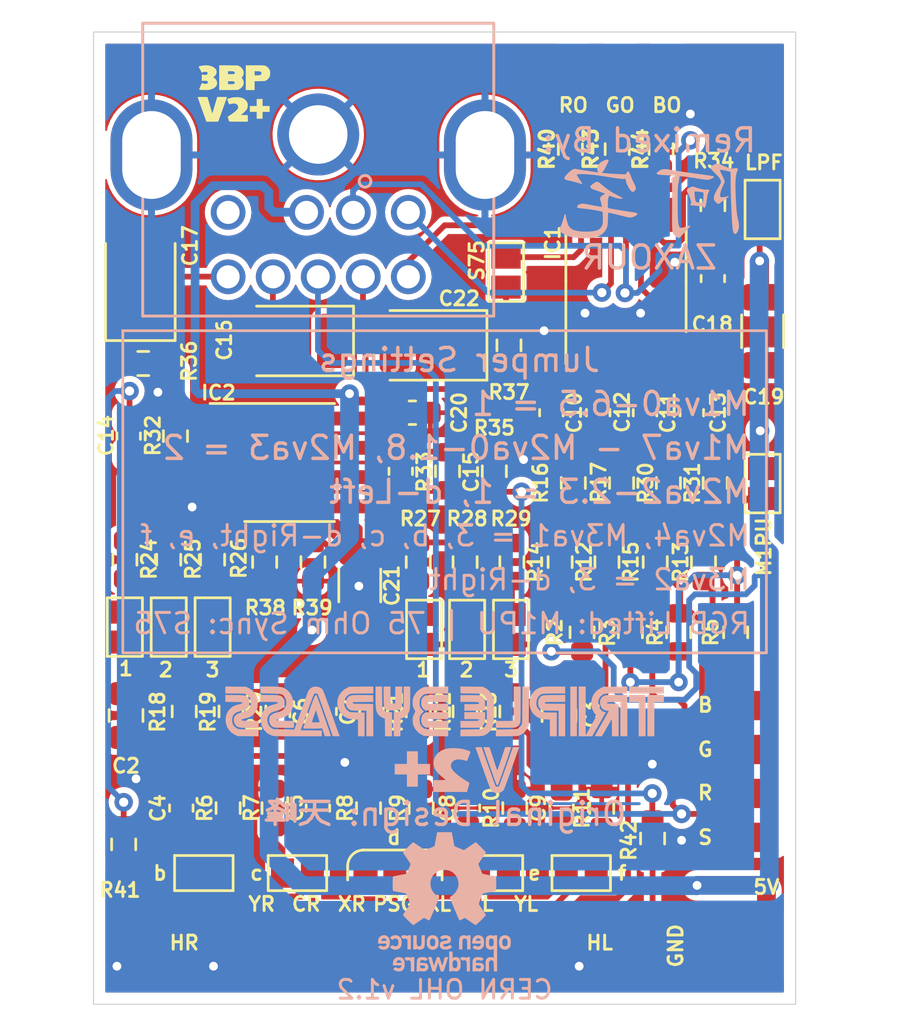
<source format=kicad_pcb>
(kicad_pcb (version 20211014) (generator pcbnew)
  (layers (0 "F.Cu" signal) (31 "B.Cu" signal) (34 "B.Paste" user) (35 "F.Paste" user) (36 "B.SilkS" user "B.Silkscreen") (37 "F.SilkS" user "F.Silkscreen") (38 "B.Mask" user) (39 "F.Mask" user) (44 "Edge.Cuts" user))
  (net 0 "")
  (net 1 "/B-IN")
  (net 2 "/CR")
  (net 3 "/XR")
  (net 4 "GND")
  (net 5 "+5V")
  (net 6 "/SYNC-75")
  (net 7 "/YL")
  (net 8 "/CL")
  (net 9 "/XL")
  (net 10 "/PSG")
  (net 11 "/YR")
  (net 12 "/2V5")
  (net 13 "/OUT1")
  (net 14 "/AUD-R")
  (net 15 "/OUT2")
  (net 16 "/AUD-L")
  (net 17 "/SR")
  (net 18 "/SL")
  (net 19 "/B-OUT")
  (net 20 "/G-OUT")
  (net 21 "/SYNC-TTL")
  (net 23 "/R-OUT")
  (net 24 "/G-IN")
  (net 25 "Net-(IC1-Pad9)")
  (net 26 "/R-IN")
  (net 27 "Net-(R28-Pad1)")
  (net 28 "Net-(R29-Pad1)")
  (net 29 "Net-(B_1-Pad2)")
  (net 30 "Net-(C1-Pad2)")
  (net 31 "Net-(D1-Pad1)")
  (net 32 "Net-(D1-Pad3)")
  (net 33 "Net-(E1-Pad2)")
  (net 34 "Net-(F1-Pad2)")
  (net 35 "Net-(M1PU1-Pad2)")
  (net 36 "Net-(C2-Pad1)")
  (net 37 "Net-(R24-Pad1)")
  (net 38 "Net-(R25-Pad1)")
  (net 39 "Net-(R26-Pad1)")
  (net 40 "Net-(R27-Pad1)")
  (net 41 "Net-(C3-Pad1)")
  (net 42 "Net-(C4-Pad1)")
  (net 43 "Net-(C5-Pad1)")
  (net 44 "Net-(C6-Pad1)")
  (net 45 "Net-(C7-Pad1)")
  (net 46 "Net-(C8-Pad1)")
  (net 47 "Net-(C9-Pad1)")
  (net 48 "Net-(C10-Pad1)")
  (net 49 "Net-(C10-Pad2)")
  (net 50 "Net-(C11-Pad1)")
  (net 51 "Net-(C11-Pad2)")
  (net 52 "Net-(C12-Pad1)")
  (net 53 "Net-(C12-Pad2)")
  (net 54 "Net-(C13-Pad1)")
  (net 55 "Net-(C13-Pad2)")
  (net 56 "Net-(C16-Pad1)")
  (net 57 "Net-(C17-Pad1)")
  (net 58 "Net-(C22-Pad1)")
  (net 59 "/S75_1")
  (net 60 "Net-(J11-Pad1)")
  (net 61 "Net-(J12-Pad1)")
  (net 62 "Net-(J1-Pad1)")
  (net 63 "Net-(J2-Pad1)")
  (net 64 "Net-(J3-Pad1)")
  (net 65 "/S75_0")
  (footprint "Resistor_SMD:R_0603_1608Metric" (layer "F.Cu") (at 151.4221 112.7506 90)
    (fp_text reference "R23")
    (fp_text value "210k")
  )
  (footprint "Resistor_SMD:R_0603_1608Metric" (layer "F.Cu") (at 160.147 90.805 90)
    (fp_text reference "R34")
    (fp_text value "5.62k")
  )
  (footprint "Capacitor_SMD:C_0603_1608Metric" (layer "F.Cu") (at 137.0711 116.9416 -90)
    (fp_text reference "C4")
    (fp_text value "1u")
  )
  (footprint "Resistor_SMD:R_0603_1608Metric" (layer "F.Cu") (at 148.6281 102.3366 90)
    (fp_text reference "R33")
    (fp_text value "300k")
  )
  (footprint "Package_SO:TSSOP-14_4.4x5mm_P0.65mm" (layer "F.Cu") (at 156.3751 94.0816 90)
    (fp_text reference "IC1")
    (fp_text value "THS7374IPWR")
  )
  (footprint "MyLibrary:SolderJumper-2" (layer "F.Cu") (at 138.43 109.093 90)
    (fp_text reference "YR4" hide)
    (fp_text value "SolderJumper_2_Open")
  )
  (footprint "MyLibrary:SolderWirePad_1x01_SMD_1x2mm" (layer "F.Cu") (at 161.7091 112.4966 90)
    (fp_text reference "B1")
    (fp_text value "SMD_Conn_01x01")
  )
  (footprint "Resistor_SMD:R_0603_1608Metric" (layer "F.Cu") (at 160.2486 102.8446 90)
    (fp_text reference "R31")
    (fp_text value "1k")
  )
  (footprint "MyLibrary:SolderJumper-2" (layer "F.Cu") (at 150.622 119.761)
    (fp_text reference "E1" hide)
    (fp_text value "SolderJumper_2_Open")
  )
  (footprint "Resistor_SMD:R_0603_1608Metric" (layer "F.Cu") (at 157.6451 106.2736 90)
    (fp_text reference "R15")
    (fp_text value "5.62k")
  )
  (footprint "Resistor_SMD:R_0603_1608Metric" (layer "F.Cu") (at 147.3581 112.7506 90)
    (fp_text reference "R21")
    (fp_text value "210k")
  )
  (footprint "MyLibrary:SolderWirePad_1x01_SMD_1x2mm" (layer "F.Cu") (at 142.5321 122.9106)
    (fp_text reference "CR1")
    (fp_text value "SMD_Conn_01x01")
  )
  (footprint "Resistor_SMD:R_0603_1608Metric" (layer "F.Cu") (at 141.097 116.9416 90)
    (fp_text reference "R7")
    (fp_text value "75")
  )
  (footprint "Resistor_SMD:R_0603_1608Metric" (layer "F.Cu") (at 149.3901 106.2736 90)
    (fp_text reference "R28")
    (fp_text value "100k")
  )
  (footprint "Capacitor_SMD:C_0603_1608Metric" (layer "F.Cu") (at 134.7851 100.8126 -90)
    (fp_text reference "C14")
    (fp_text value "150p")
  )
  (footprint "MyLibrary:SolderWirePad_1x01_SMD_1x2mm" (layer "F.Cu") (at 146.3421 122.9106)
    (fp_text reference "P1")
    (fp_text value "SMD_Conn_01x01")
  )
  (footprint "Resistor_SMD:R_0603_1608Metric" (layer "F.Cu") (at 155.5496 106.2736 90)
    (fp_text reference "R12")
    (fp_text value "5.62k")
  )
  (footprint "MyLibrary:SolderWirePad_1x01_SMD_1x2mm" (layer "F.Cu") (at 156.6418 122.9106)
    (fp_text reference "J12")
    (fp_text value "SMD_Conn_01x01")
  )
  (footprint "Resistor_SMD:R_0603_1608Metric" (layer "F.Cu") (at 140.6906 106.2736 -90)
    (fp_text reference "R38")
    (fp_text value "10k")
  )
  (footprint "MyLibrary:SolderJumper-2" (layer "F.Cu") (at 136.525 109.093 90)
    (fp_text reference "YR3" hide)
    (fp_text value "SolderJumper_2_Open")
  )
  (footprint "Resistor_SMD:R_0603_1608Metric" (layer "F.Cu") (at 158.6611 109.3216 -90)
    (fp_text reference "R4")
    (fp_text value "5.62k")
  )
  (footprint "Capacitor_Tantalum_SMD:CP_EIA-3528-15_AVX-H" (layer "F.Cu") (at 147.8788 96.8756 180)
    (fp_text reference "C22")
    (fp_text value "220u")
  )
  (footprint "Capacitor_SMD:C_0603_1608Metric" (layer "F.Cu") (at 149.5171 116.9416 -90)
    (fp_text reference "C8")
    (fp_text value "1u")
  )
  (footprint "MyLibrary:SolderJumper-2" (layer "F.Cu") (at 154.432 119.761)
    (fp_text reference "F1" hide)
    (fp_text value "SolderJumper_2_Open")
  )
  (footprint "MyLibrary:SolderJumper-2" (layer "F.Cu") (at 138.049 119.761)
    (fp_text reference "B_1" hide)
    (fp_text value "SolderJumper_2_Open")
  )
  (footprint "MyLibrary:SolderJumper-2" (layer "F.Cu") (at 151.384 109.1946 90)
    (fp_text reference "YL4" hide)
    (fp_text value "SolderJumper_2_Open")
  )
  (footprint "Resistor_SMD:R_0603_1608Metric" (layer "F.Cu") (at 155.9941 88.3666 90)
    (fp_text reference "R43")
    (fp_text value "511")
  )
  (footprint "Resistor_SMD:R_0603_1608Metric" (layer "F.Cu") (at 138.43 106.172 90)
    (fp_text reference "R26")
    (fp_text value "130k")
  )
  (footprint "Resistor_SMD:R_0603_1608Metric" (layer "F.Cu") (at 151.5491 116.9416 90)
    (fp_text reference "R10")
    (fp_text value "75")
  )
  (footprint "MyLibrary:SolderJumper-2" (layer "F.Cu") (at 162.306 102.87 -90)
    (fp_text reference "M1PU1" hide)
    (fp_text value "SolderJumper_2_Open")
  )
  (footprint "Capacitor_SMD:C_0603_1608Metric" (layer "F.Cu") (at 153.5811 116.9416 -90)
    (fp_text reference "C9")
    (fp_text value "1u")
  )
  (footprint "Resistor_SMD:R_0603_1608Metric" (layer "F.Cu") (at 136.525 106.172 90)
    (fp_text reference "R25")
    (fp_text value "100k")
  )
  (footprint "MyLibrary:SolderJumper-2" (layer "F.Cu") (at 134.62 109.093 90)
    (fp_text reference "YR2" hide)
    (fp_text value "SolderJumper_2_Open")
  )
  (footprint "Connector_Wire:SolderWirePad_1x01_SMD_1x2mm" (layer "F.Cu") (at 154.0891 84.8106)
    (fp_text reference "J1" hide)
    (fp_text value "SMD_Conn_01x01")
  )
  (footprint "MyLibrary:SolderWirePad_1x01_SMD_1x2mm" (layer "F.Cu") (at 140.6271 122.9106)
    (fp_text reference "YR1")
    (fp_text value "SMD_Conn_01x01")
  )
  (footprint "Resistor_SMD:R_0603_1608Metric" (layer "F.Cu") (at 157.8991 88.3666 90)
    (fp_text reference "R44")
    (fp_text value "511")
  )
  (footprint "Capacitor_SMD:C_0603_1608Metric" (layer "F.Cu") (at 143.002 116.9416 -90)
    (fp_text reference "C5")
    (fp_text value "1u")
  )
  (footprint "Resistor_SMD:R_0603_1608Metric" (layer "F.Cu") (at 155.321 116.9416 90)
    (fp_text reference "R11")
    (fp_text value "75")
  )
  (footprint "Resistor_SMD:R_0603_1608Metric" (layer "F.Cu") (at 159.7406 106.2736 90)
    (fp_text reference "R13")
    (fp_text value "5.62k")
  )
  (footprint "Resistor_SMD:R_0603_1608Metric" (layer "F.Cu") (at 139.2301 112.7506 90)
    (fp_text reference "R19")
    (fp_text value "210k")
  )
  (footprint "Resistor_SMD:R_0603_1608Metric" (layer "F.Cu") (at 156.1846 102.8446 90)
    (fp_text reference "R17")
    (fp_text value "1k")
  )
  (footprint "Connector_Wire:SolderWirePad_1x01_SMD_1x2mm" (layer "F.Cu") (at 158.1531 84.8106)
    (fp_text reference "J3" hide)
    (fp_text value "SMD_Conn_01x01")
  )
  (footprint "LOGO" (layer "F.Cu") (at 139.3571 85.9536)
    (fp_text reference "G***" hide)
    (fp_text value "LOGO" hide)
  )
  (footprint "MyLibrary:SolderWirePad_1x01_SMD_1x2mm" (layer "F.Cu") (at 150.1521 122.9106)
    (fp_text reference "CL1")
    (fp_text value "SMD_Conn_01x01")
  )
  (footprint "Resistor_SMD:R_0603_1608Metric" (layer "F.Cu") (at 149.3901 112.7506 90)
    (fp_text reference "R22")
    (fp_text value "210k")
  )
  (footprint "MyLibrary:SolderJumper-2" (layer "F.Cu") (at 162.306 90.9828 -90)
    (fp_text reference "LPF1" hide)
    (fp_text value "SolderJumper_2_Open")
  )
  (footprint "Resistor_SMD:R_0603_1608Metric" (layer "F.Cu") (at 150.6601 102.3366 90)
    (fp_text reference "R35")
    (fp_text value "330")
  )
  (footprint "Capacitor_SMD:C_0603_1608Metric" (layer "F.Cu") (at 155.1686 99.7966 -90)
    (fp_text reference "C12")
    (fp_text value "0.1u")
  )
  (footprint "Resistor_SMD:R_0603_1608Metric" (layer "F.Cu") (at 156.5656 109.3216 -90)
    (fp_text reference "R3")
    (fp_text value "5.62k")
  )
  (footprint "Jumper:SolderJumper-3_P1.3mm_Open_RoundedPad1.0x1.5mm" (layer "F.Cu") (at 146.3421 119.761)
    (fp_text reference "D1" hide)
    (fp_text value "SolderJumper_3_Open")
  )
  (footprint "Resistor_SMD:R_0603_1608Metric" (layer "F.Cu") (at 137.1981 112.7506 90)
    (fp_text reference "R18")
    (fp_text value "210k")
  )
  (footprint "MyLibrary:SolderWirePad_1x01_SMD_1x2mm" (layer "F.Cu") (at 161.7091 114.4016 90)
    (fp_text reference "G1")
    (fp_text value "SMD_Conn_01x01")
  )
  (footprint "MyLibrary:SolderJumper-2" (layer "F.Cu") (at 147.6121 109.1946 90)
    (fp_text reference "YL2" hide)
    (fp_text value "SolderJumper_2_Open")
  )
  (footprint "Resistor_SMD:R_0603_1608Metric" (layer "F.Cu") (at 154.0891 102.8446 90)
    (fp_text reference "R16")
    (fp_text value "1k")
  )
  (footprint "Resistor_SMD:R_0603_1608Metric" (layer "F.Cu") (at 147.4851 116.9416 90)
    (fp_text reference "R9")
    (fp_text value "2.2k")
  )
  (footprint "Resistor_SMD:R_0603_1608Metric" (layer "F.Cu") (at 135.4201 97.663 180)
    (fp_text reference "R36")
    (fp_text value "330")
  )
  (footprint "Resistor_SMD:R_0603_1608Metric" (layer "F.Cu") (at 153.9621 88.3666 90)
    (fp_text reference "R40")
    (fp_text value "511")
  )
  (footprint "Resistor_SMD:R_0603_1608Metric" (layer "F.Cu") (at 134.5692 118.5164 90)
    (fp_text reference "R41")
    (fp_text value "100k")
  )
  (footprint "Resistor_SMD:R_0603_1608Metric" (layer "F.Cu") (at 161.1376 109.3216 90)
    (fp_text reference "R5")
    (fp_text value "5.62k")
  )
  (footprint "Resistor_SMD:R_0603_1608Metric" (layer "F.Cu") (at 141.2621 112.7506 90)
    (fp_text reference "R20")
    (fp_text value "210k")
  )
  (footprint "MyLibrary:SolderWirePad_1x01_SMD_1x2mm" (layer "F.Cu") (at 162.4711 122.9106)
    (fp_text reference "UNK5V1")
    (fp_text value "SMD_Conn_01x01")
  )
  (footprint "MyLibrary:SolderWirePad_1x01_SMD_1x2mm" (layer "F.Cu") (at 135.8011 122.9106)
    (fp_text reference "J11")
    (fp_text value "SMD_Conn_01x01")
  )
  (footprint "Capacitor_SMD:C_0805_2012Metric" (layer "F.Cu") (at 134.6708 112.9284 -90)
    (fp_text reference "C2")
    (fp_text value "10u")
  )
  (footprint "MyLibrary:SolderWirePad_1x01_SMD_1x2mm" (layer "F.Cu") (at 144.4371 122.9106)
    (fp_text reference "XR1")
    (fp_text value "SMD_Conn_01x01")
  )
  (footprint "Capacitor_SMD:C_1206_3216Metric" (layer "F.Cu") (at 144.8181 107.2896 -90)
    (fp_text reference "C21")
    (fp_text value "10u")
  )
  (footprint "Capacitor_Tantalum_SMD:CP_EIA-3528-15_AVX-H" (layer "F.Cu") (at 142.0876 96.6851 180)
    (fp_text reference "C16")
    (fp_text value "47u")
  )
  (footprint "MyLibrary:SolderWirePad_1x01_SMD_1x2mm" (layer "F.Cu") (at 161.7091 116.3066 90)
    (fp_text reference "R1")
    (fp_text value "SMD_Conn_01x01")
  )
  (footprint "Connector_Wire:SolderWirePad_1x01_SMD_1x2mm" (layer "F.Cu") (at 156.1211 84.8106)
    (fp_text reference "J2" hide)
    (fp_text value "SMD_Conn_01x01")
  )
  (footprint "Resistor_SMD:R_0603_1608Metric" (layer "F.Cu") (at 145.1991 116.9416 90)
    (fp_text reference "R8")
    (fp_text value "750")
  )
  (footprint "Resistor_SMD:R_0603_1608Metric" (layer "F.Cu") (at 151.4221 106.2736 90)
    (fp_text reference "R29")
    (fp_text value "130k")
  )
  (footprint "Capacitor_SMD:C_0603_1608Metric" (layer "F.Cu") (at 157.2006 99.7966 -90)
    (fp_text reference "C11")
    (fp_text value "0.1u")
  )
  (footprint "Resistor_SMD:R_0603_1608Metric" (layer "F.Cu") (at 142.7861 106.2736 90)
    (fp_text reference "R39")
    (fp_text value "10k")
  )
  (footprint "Package_SO:SOIC-8_3.9x4.9mm_P1.27mm" (layer "F.Cu") (at 141.7701 101.9556)
    (fp_text reference "IC2")
    (fp_text value "TL972")
  )
  (footprint "Resistor_SMD:R_0603_1608Metric" (layer "F.Cu") (at 153.5176 106.2736 90)
    (fp_text reference "R14")
    (fp_text value "5.62k")
  )
  (footprint "Capacitor_SMD:C_0805_2012Metric" (layer "F.Cu") (at 153.4668 112.9284 -90)
    (fp_text reference "C3")
    (fp_text value "10u")
  )
  (footprint "Capacitor_SMD:C_0603_1608Metric" (layer "F.Cu") (at 145.3261 112.7506 -90)
    (fp_text reference "C7")
    (fp_text value "1u")
  )
  (footprint "Resistor_SMD:R_0603_1608Metric" (layer "F.Cu") (at 158.2166 102.8446 90)
    (fp_text reference "R30")
    (fp_text value "1k")
  )
  (footprint "MyLibrary:SolderWirePad_1x01_SMD_1x2mm" (layer "F.Cu") (at 161.7091 118.2116 90)
    (fp_text reference "S1")
    (fp_text value "SMD_Conn_01x01")
  )
  (footprint "Capacitor_Tantalum_SMD:CP_EIA-3528-15_AVX-H" (layer "F.Cu") (at 135.2931 94.2086 90)
    (fp_text reference "C17")
    (fp_text value "47u")
  )
  (footprint "Resistor_SMD:R_0603_1608Metric" (layer "F.Cu") (at 157.5308 118.2624 90)
    (fp_text reference "R42")
    (fp_text value "100k")
  )
  (footprint "Resistor_SMD:R_0603_1608Metric" (layer "F.Cu") (at 147.3581 106.2736 90)
    (fp_text reference "R27")
    (fp_text value "10k")
  )
  (footprint "Capacitor_SMD:C_0603_1608Metric" (layer "F.Cu") (at 153.1366 99.7966 -90)
    (fp_text reference "C10")
    (fp_text value "0.1u")
  )
  (footprint "Capacitor_SMD:C_0603_1608Metric" (layer "F.Cu") (at 143.2941 112.7506 -90)
    (fp_text reference "C6")
    (fp_text value "1u")
  )
  (footprint "Capacitor_SMD:C_0603_1608Metric" (layer "F.Cu") (at 146.5961 102.3366 -90)
    (fp_text reference "C15")
    (fp_text value "150p")
  )
  (footprint "Capacitor_SMD:C_0603_1608Metric" (layer "F.Cu") (at 147.1041 99.7966)
    (fp_text reference "C20")
    (fp_text value "0.1u")
  )
  (footprint "Capacitor_SMD:C_1206_3216Metric" (layer "F.Cu") (at 162.306 96.266 -90)
    (fp_text reference "C19")
    (fp_text value "10u")
  )
  (footprint "Resistor_SMD:R_0603_1608Metric" (layer "F.Cu") (at 136.8171 100.8126 90)
    (fp_text reference "R32")
    (fp_text value "300k")
  )
  (footprint "Capacitor_SMD:C_0603_1608Metric" (layer "F.Cu") (at 159.2326 99.7966 -90)
    (fp_text reference "C13")
    (fp_text value "0.1u")
  )
  (footprint "MyLibrary:SolderWirePad_1x01_SMD_1x2mm" (layer "F.Cu") (at 148.2471 122.9106)
    (fp_text reference "XL1")
    (fp_text value "SMD_Conn_01x01")
  )
  (footprint "MyLibrary:SolderWirePad_1x01_SMD_1x2mm" (layer "F.Cu") (at 152.0571 122.9106)
    (fp_text reference "YL1")
    (fp_text value "SMD_Conn_01x01")
  )
  (footprint "MyLibrary:SolderJumper-2" (layer "F.Cu") (at 142.113 119.761 180)
    (fp_text reference "C1" hide)
    (fp_text value "SolderJumper_2_Open")
  )
  (footprint "Resistor_SMD:R_0603_1608Metric" (layer "F.Cu") (at 134.62 106.172 90)
    (fp_text reference "R24")
    (fp_text value "10k")
  )
  (footprint "Capacitor_SMD:C_0603_1608Metric" (layer "F.Cu") (at 160.147 93.98 90)
    (fp_text reference "C18")
    (fp_text value "0.1u")
  )
  (footprint "MyLibrary:SolderWirePad_1x01_SMD_1x2mm" (layer "F.Cu") (at 159.9311 122.9106 180)
    (fp_text reference "GND1")
    (fp_text value "SMD_Conn_01x01")
  )
  (footprint "MyLibrary:SolderJumper-2" (layer "F.Cu") (at 149.479 109.1946 90)
    (fp_text reference "YL3" hide)
    (fp_text value "SolderJumper_2_Open")
  )
  (footprint "Resistor_SMD:R_0603_1608Metric" (layer "F.Cu") (at 139.1031 116.9416 90)
    (fp_text reference "R6")
    (fp_text value "75")
  )
  (footprint "Resistor_SMD:R_0603_1608Metric" (layer "F.Cu") (at 151.2951 96.8756 -90)
    (fp_text reference "R37")
    (fp_text value "75")
  )
  (footprint "MyLibrary:SolderJumper-2" (layer "F.Cu") (at 151.1681 93.7006 -90)
    (fp_text reference "J4" hide)
    (fp_text value "SolderJumper_2_Open")
  )
  (footprint "Resistor_SMD:R_0603_1608Metric" (layer "F.Cu") (at 154.4701 109.3216 -90)
    (fp_text reference "R2")
    (fp_text value "2.2k")
  )
  (footprint "LOGO" (layer "B.Cu") (at 147.9931 115.2906 180)
    (fp_text reference "G***" hide)
    (fp_text value "LOGO" hide)
  )
  (footprint "LOGO" (layer "B.Cu") (at 155.786699 91.4996 180)
    (fp_text reference "G***" hide)
    (fp_text value "LOGO" hide)
  )
  (footprint "LOGO" (layer "B.Cu") (at 148.5011 112.7506 180)
    (fp_text reference "G***" hide)
    (fp_text value "LOGO" hide)
  )
  (footprint "LOGO" (layer "B.Cu") (at 150.7871 115.293241 180)
    (fp_text reference "G***" hide)
    (fp_text value "LOGO" hide)
  )
  (footprint "MyLibrary:MD90SM-MD2" (layer "B.Cu") (at 143.0147 82.9056)
    (fp_text reference "CN1" hide)
    (fp_text value "MD-90SM_MD2")
  )
  (footprint "Symbol:OSHW-Logo_5.7x6mm_SilkScreen" (layer "B.Cu") (at 148.5011 121.0056 180)
    (fp_text reference "REF**" hide)
    (fp_text value "OSHW-Logo_5.7x6mm_SilkScreen" hide)
  )
  (gr_rect (start 134.5311 96.2406) (end 162.4711 110.2106) (layer "B.SilkS") (width 0.12) (fill none))
  (gr_rect (start 133.2611 83.2866) (end 163.7411 125.4506) (layer "Edge.Cuts") (width 0.05) (fill none))
  (gr_text "RGB Lifted: M1PU | 75 Ohm Sync: S75" (at 161.8361 108.9406) (layer "B.SilkS") (effects (font (size 0.889 0.889) (thickness 0.127)) (justify left mirror)))
  (gr_text "M1va7 - M2va0-1.8, M2va3 = 2" (at 161.8361 101.3206) (layer "B.SilkS") (effects (font (size 1 1)) (justify left mirror)))
  (gr_text "M3va2 = 3, d-Right" (at 161.8361 107.0356) (layer "B.SilkS") (effects (font (size 0.889 0.889) (thickness 0.127)) (justify left mirror)))
  (gr_text "ZAXOUR" (at 157.3911 93.0656) (layer "B.SilkS") (effects (font (size 1 1)) (justify mirror)))
  (gr_text "M1va0-6.5 = 1" (at 161.8361 99.4156) (layer "B.SilkS") (effects (font (size 1 1)) (justify left mirror)))
  (gr_text "Jumper Settings" (at 149.1361 97.5106) (layer "B.SilkS") (effects (font (size 1 1)) (justify mirror)))
  (gr_text "Original Design: 天峰" (at 148.5011 117.1956) (layer "B.SilkS") (effects (font (size 1 1)) (justify mirror)))
  (gr_text "CERN OHL v1.2" (at 148.5011 124.8156) (layer "B.SilkS") (effects (font (size 0.8128 0.8128) (thickness 0.127)) (justify mirror)))
  (gr_text "Remixed By:" (at 157.3911 87.9856) (layer "B.SilkS") (effects (font (size 1 1)) (justify mirror)))
  (gr_text "M2va2-2.3 = 1, d-Left" (at 161.8361 103.2256) (layer "B.SilkS") (effects (font (size 1 1)) (justify left mirror)))
  (gr_text "M2va4, M3va1 = 3, b, c, d-Right, e, f" (at 161.8361 105.1306) (layer "B.SilkS") (effects (font (size 0.889 0.889) (thickness 0.127)) (justify left mirror)))
  (gr_text "S" (at 159.8168 118.2116) (layer "F.SilkS") (effects (font (size 0.6096 0.6096) (thickness 0.127))))
  (gr_text "2" (at 136.398 110.9472) (layer "F.SilkS") (effects (font (size 0.6096 0.6096) (thickness 0.127))))
  (gr_text "S75" (at 149.8981 93.1926 90) (layer "F.SilkS") (effects (font (size 0.6096 0.6096) (thickness 0.127))))
  (gr_text "LPF" (at 162.3568 88.9508) (layer "F.SilkS") (effects (font (size 0.6096 0.6096) (thickness 0.127))))
  (gr_text "B" (at 159.8168 112.4712) (layer "F.SilkS") (effects (font (size 0.6096 0.6096) (thickness 0.127))))
  (gr_text "R" (at 159.8168 116.2812) (layer "F.SilkS") (effects (font (size 0.6096 0.6096) (thickness 0.127))))
  (gr_text "PSG" (at 146.304 121.1072) (layer "F.SilkS") (effects (font (size 0.6096 0.6096) (thickness 0.127))))
  (gr_text "HR" (at 137.1981 122.7836) (layer "F.SilkS") (effects (font (size 0.6096 0.6096) (thickness 0.127))))
  (gr_text "b" (at 136.144 119.761) (layer "F.SilkS") (effects (font (size 0.6096 0.6096) (thickness 0.127))))
  (gr_text "c" (at 140.335 119.761) (layer "F.SilkS") (effects (font (size 0.6096 0.6096) (thickness 0.127))))
  (gr_text "CL" (at 150.0632 121.1072) (layer "F.SilkS") (effects (font (size 0.6096 0.6096) (thickness 0.127))))
  (gr_text "1" (at 134.6708 110.8964) (layer "F.SilkS") (effects (font (size 0.6096 0.6096) (thickness 0.127))))
  (gr_text "XL" (at 148.2344 121.1072) (layer "F.SilkS") (effects (font (size 0.6096 0.6096) (thickness 0.127))))
  (gr_text "M1PU" (at 162.3568 105.6132 90) (layer "F.SilkS") (effects (font (size 0.6096 0.6096) (thickness 0.127))))
  (gr_text "BO" (at 158.1531 86.4616) (layer "F.SilkS") (effects (font (size 0.6096 0.6096) (thickness 0.127))))
  (gr_text "RO" (at 154.0891 86.4616) (layer "F.SilkS") (effects (font (size 0.6096 0.6096) (thickness 0.127))))
  (gr_text "G" (at 159.8168 114.4016) (layer "F.SilkS") (effects (font (size 0.6096 0.6096) (thickness 0.127))))
  (gr_text "YL" (at 152.0444 121.1072) (layer "F.SilkS") (effects (font (size 0.6096 0.6096) (thickness 0.127))))
  (gr_text "3" (at 151.384 110.9472) (layer "F.SilkS") (effects (font (size 0.6096 0.6096) (thickness 0.127))))
  (gr_text "e" (at 152.4 119.761) (layer "F.SilkS") (effects (font (size 0.6096 0.6096) (thickness 0.127))))
  (gr_text "5V" (at 162.4711 120.3706) (layer "F.SilkS") (effects (font (size 0.6096 0.6096) (thickness 0.127))))
  (gr_text "GO" (at 156.1211 86.4616) (layer "F.SilkS") (effects (font (size 0.6096 0.6096) (thickness 0.127))))
  (gr_text "XR" (at 144.4752 121.1072) (layer "F.SilkS") (effects (font (size 0.6096 0.6096) (thickness 0.127))))
  (gr_text "CR" (at 142.494 121.1072) (layer "F.SilkS") (effects (font (size 0.6096 0.6096) (thickness 0.127))))
  (gr_text "YR" (at 140.5636 121.1072) (layer "F.SilkS") (effects (font (size 0.6096 0.6096) (thickness 0.127))))
  (gr_text "f" (at 156.21 119.761) (layer "F.SilkS") (effects (font (size 0.6096 0.6096) (thickness 0.127))))
  (gr_text "d" (at 146.304 118.2116) (layer "F.SilkS") (effects (font (size 0.6096 0.6096) (thickness 0.127))))
  (gr_text "1" (at 147.574 110.9472) (layer "F.SilkS") (effects (font (size 0.6096 0.6096) (thickness 0.127))))
  (gr_text "3" (at 138.43 110.9472) (layer "F.SilkS") (effects (font (size 0.6096 0.6096) (thickness 0.127))))
  (gr_text "GND" (at 158.5341 122.9106 90) (layer "F.SilkS") (effects (font (size 0.6096 0.6096) (thickness 0.127))))
  (gr_text "2" (at 149.4536 110.9472) (layer "F.SilkS") (effects (font (size 0.6096 0.6096) (thickness 0.127))))
  (gr_text "HL" (at 155.2321 122.7836) (layer "F.SilkS") (effects (font (size 0.6096 0.6096) (thickness 0.127))))
  (segment (start 160.4001 110.1716) (end 160.1343 109.9058) (width 0.254) (layer "F.Cu") (net 1))
  (segment (start 161.1376 111.9251) (end 161.7091 112.4966) (width 0.254) (layer "F.Cu") (net 1))
  (segment (start 159.7406 107.1236) (end 160.1343 107.5173) (width 0.254) (layer "F.Cu") (net 1))
  (segment (start 161.1376 110.1716) (end 161.1376 111.9251) (width 0.254) (layer "F.Cu") (net 1))
  (segment (start 160.1343 107.5173) (end 160.1343 109.9058) (width 0.254) (layer "F.Cu") (net 1))
  (segment (start 161.1376 110.1716) (end 160.4001 110.1716) (width 0.254) (layer "F.Cu") (net 1))
  (segment (start 142.5321 121.456022) (end 142.361078 121.285) (width 0.25) (layer "F.Cu") (net 2))
  (segment (start 142.361078 121.285) (end 137.668 121.285) (width 0.25) (layer "F.Cu") (net 2))
  (segment (start 137.0711 118.5291) (end 137.399 118.857) (width 0.25) (layer "F.Cu") (net 2))
  (segment (start 142.5321 122.936) (end 142.5321 121.456022) (width 0.25) (layer "F.Cu") (net 2))
  (segment (start 137.399 118.857) (end 137.399 119.761) (width 0.25) (layer "F.Cu") (net 2))
  (segment (start 137.0711 117.7166) (end 137.0711 118.5291) (width 0.25) (layer "F.Cu") (net 2))
  (segment (start 137.399 121.016) (end 137.399 119.761) (width 0.25) (layer "F.Cu") (net 2))
  (segment (start 137.668 121.285) (end 137.399 121.016) (width 0.25) (layer "F.Cu") (net 2))
  (segment (start 144.4371 121.4501) (end 144.272 121.285) (width 0.25) (layer "F.Cu") (net 3))
  (segment (start 142.763 121.046) (end 142.763 119.761) (width 0.25) (layer "F.Cu") (net 3))
  (segment (start 142.763 118.603) (end 142.763 119.761) (width 0.25) (layer "F.Cu") (net 3))
  (segment (start 143.002 121.285) (end 142.763 121.046) (width 0.25) (layer "F.Cu") (net 3))
  (segment (start 144.4371 122.936) (end 144.4371 121.4501) (width 0.25) (layer "F.Cu") (net 3))
  (segment (start 143.002 117.7166) (end 143.002 118.364) (width 0.25) (layer "F.Cu") (net 3))
  (segment (start 143.002 118.364) (end 142.763 118.603) (width 0.25) (layer "F.Cu") (net 3))
  (segment (start 144.272 121.285) (end 143.002 121.285) (width 0.25) (layer "F.Cu") (net 3))
  (via (at 154.5971 95.4786) (size 0.7874) (drill 0.381) (layers "F.Cu" "B.Cu") (net 4))
  (via (at 136.0551 98.9076) (size 0.7874) (drill 0.381) (layers "F.Cu" "B.Cu") (net 4))
  (via (at 158.496 93.2688) (size 0.7874) (drill 0.381) (layers "F.Cu" "B.Cu") (net 4))
  (via (at 159.1691 86.8426) (size 0.7874) (drill 0.381) (layers "F.Cu" "B.Cu") (net 4))
  (via (at 157.5181 115.0366) (size 0.7874) (drill 0.381) (layers "F.Cu" "B.Cu") (net 4))
  (via (at 157.0101 95.4786) (size 0.7874) (drill 0.381) (layers "F.Cu" "B.Cu") (net 4))
  (via (at 134.2771 123.7996) (size 0.7874) (drill 0.381) (layers "F.Cu" "B.Cu") (net 4))
  (via (at 152.8191 96.2406) (size 0.7874) (drill 0.381) (layers "F.Cu" "B.Cu") (net 4))
  (via (at 144.78 107.315) (size 0.7874) (drill 0.381) (layers "F.Cu" "B.Cu") (net 4))
  (via (at 135.105936 115.6716) (size 0.7874) (drill 0.381) (layers "F.Cu" "B.Cu") (net 4))
  (via (at 137.541 103.886) (size 0.7874) (drill 0.381) (layers "F.Cu" "B.Cu") (net 4))
  (via (at 151.9301 101.8286) (size 0.7874) (drill 0.381) (layers "F.Cu" "B.Cu") (net 4))
  (via (at 158.7881 118.3386) (size 0.7874) (drill 0.381) (layers "F.Cu" "B.Cu") (net 4))
  (via (at 144.1704 114.9604) (size 0.7874) (drill 0.381) (layers "F.Cu" "B.Cu") (net 4))
  (via (at 154.3431 123.7996) (size 0.7874) (drill 0.381) (layers "F.Cu" "B.Cu") (net 4))
  (via (at 138.4681 123.7996) (size 0.7874) (drill 0.381) (layers "F.Cu" "B.Cu") (net 4))
  (segment (start 157.0251 91.2191) (end 157.0251 94.3887) (width 0.25) (layer "F.Cu") (net 5))
  (segment (start 160.147 94.755) (end 162.27 94.755) (width 0.25) (layer "F.Cu") (net 5))
  (segment (start 145.8211 99.2886) (end 146.3291 99.7966) (width 0.381) (layer "F.Cu") (net 5))
  (segment (start 140.6906 107.0986) (end 140.6906 108.1786) (width 0.25) (layer "F.Cu") (net 5))
  (segment (start 157.0251 94.3887) (end 157.3914 94.755) (width 0.25) (layer "F.Cu") (net 5))
  (segment (start 144.2451 100.0506) (end 146.0751 100.0506) (width 0.25) (layer "F.Cu") (net 5))
  (segment (start 159.4612 120.2944) (end 162.2679 120.2944) (width 0.8128) (layer "F.Cu") (net 5))
  (segment (start 142.748 108.585) (end 142.748 109.22) (width 0.25) (layer "F.Cu") (net 5))
  (segment (start 144.3736 98.9711) (end 144.6911 99.2886) (width 0.381) (layer "F.Cu") (net 5))
  (segment (start 144.6911 99.2886) (end 145.8211 99.2886) (width 0.381) (layer "F.Cu") (net 5))
  (segment (start 142.494 108.331) (end 142.748 108.585) (width 0.25) (layer "F.Cu") (net 5))
  (segment (start 162.179 93.218) (end 162.179 94.664) (width 0.8128) (layer "F.Cu") (net 5))
  (segment (start 162.2044 100.584) (end 162.2044 102.1184) (width 0.254) (layer "F.Cu") (net 5))
  (segment (start 140.843 108.331) (end 142.494 108.331) (width 0.25) (layer "F.Cu") (net 5))
  (segment (start 162.4711 120.4976) (end 162.4711 122.9106) (width 0.8128) (layer "F.Cu") (net 5))
  (segment (start 157.3914 94.755) (end 160.147 94.755) (width 0.25) (layer "F.Cu") (net 5))
  (segment (start 153.1611 110.1716) (end 153.1366 110.1471) (width 0.254) (layer "F.Cu") (net 5))
  (segment (start 162.2679 120.2944) (end 162.4711 120.4976) (width 0.8128) (layer "F.Cu") (net 5))
  (segment (start 162.179 93.218) (end 162.179 91.7598) (width 0.254) (layer "F.Cu") (net 5))
  (segment (start 140.6906 108.1786) (end 140.843 108.331) (width 0.25) (layer "F.Cu") (net 5))
  (segment (start 154.4701 110.1716) (end 153.1611 110.1716) (width 0.254) (layer "F.Cu") (net 5))
  (via (at 144.3736 98.9711) (size 0.7874) (drill 0.381) (layers "F.Cu" "B.Cu") (net 5))
  (via (at 142.748 109.22) (size 0.7874) (drill 0.381) (layers "F.Cu" "B.Cu") (net 5))
  (via (at 162.2044 100.584) (size 0.7874) (drill 0.381) (layers "F.Cu" "B.Cu") (net 5))
  (via (at 162.179 93.218) (size 0.7874) (drill 0.381) (layers "F.Cu" "B.Cu") (net 5))
  (via (at 159.4612 120.2944) (size 0.7874) (drill 0.381) (layers "F.Cu" "B.Cu") (net 5))
  (via (at 153.1366 110.1471) (size 0.7874) (drill 0.381) (layers "F.Cu" "B.Cu") (net 5))
  (segment (start 162.56 120.2944) (end 162.5981 120.2563) (width 0.8128) (layer "B.Cu") (net 5))
  (segment (start 144.3736 98.9711) (end 137.8331 98.9711) (width 0.381) (layer "B.Cu") (net 5))
  (segment (start 162.179 93.218) (end 162.1536 93.2434) (width 0.8128) (layer "B.Cu") (net 5))
  (segment (start 155.8417 111.78045) (end 156.30385 112.2426) (width 0.254) (layer "B.Cu") (net 5))
  (segment (start 162.5981 120.2563) (end 162.5981 106.8451) (width 0.8128) (layer "B.Cu") (net 5))
  (segment (start 159.4231 111.74235) (end 158.92285 112.2426) (width 0.254) (layer "B.Cu") (net 5))
  (segment (start 137.668 90.7288) (end 138.44305 89.95375) (width 0.381) (layer "B.Cu") (net 5))
  (segment (start 155.8417 110.8202) (end 155.8417 111.78045) (width 0.254) (layer "B.Cu") (net 5))
  (segment (start 162.5981 105.8926) (end 162.5981 106.8451) (width 0.8128) (layer "B.Cu") (net 5))
  (segment (start 140.8811 111.0869) (end 142.748 109.22) (width 0.8128) (layer "B.Cu") (net 5))
  (segment (start 142.3035 120.3071) (end 140.8811 118.8847) (width 0.8128) (layer "B.Cu") (net 5))
  (segment (start 137.668 98.806) (end 137.668 90.7288) (width 0.381) (layer "B.Cu") (net 5))
  (segment (start 142.748 106.8197) (end 144.3736 105.1941) (width 0.8128) (layer "B.Cu") (net 5))
  (segment (start 162.1536 93.2434) (end 162.1536 105.4481) (width 0.8128) (layer "B.Cu") (net 5))
  (segment (start 161.9631 107.2896) (end 161.5821 107.6706) (width 0.254) (layer "B.Cu") (net 5))
  (segment (start 141.08865 91.10145) (end 142.494 91.10145) (width 0.381) (layer "B.Cu") (net 5))
  (segment (start 159.1183 107.9246) (end 159.1183 110.7948) (width 0.254) (layer "B.Cu") (net 5))
  (segment (start 140.8811 118.8847) (end 140.8811 111.0869) (width 0.8128) (layer "B.Cu") (net 5))
  (segment (start 159.3723 107.6706) (end 159.1183 107.9246) (width 0.254) (layer "B.Cu") (net 5))
  (segment (start 162.1536 105.4481) (end 162.5981 105.8926) (width 0.8128) (layer "B.Cu") (net 5))
  (segment (start 159.4612 120.2944) (end 162.56 120.2944) (width 0.8128) (layer "B.Cu") (net 5))
  (segment (start 158.92285 112.2426) (end 156.30385 112.2426) (width 0.254) (layer "B.Cu") (net 5))
  (segment (start 159.1183 110.7948) (end 159.4231 111.0996) (width 0.254) (layer "B.Cu") (net 5))
  (segment (start 140.8684 90.2208) (end 140.8684 90.8812) (width 0.381) (layer "B.Cu") (net 5))
  (segment (start 144.3736 105.1941) (end 144.3736 98.9711) (width 0.8128) (layer "B.Cu") (net 5))
  (segment (start 161.9631 106.9086) (end 162.0266 106.8451) (width 0.254) (layer "B.Cu") (net 5))
  (segment (start 159.4231 111.0996) (end 159.4231 111.74235) (width 0.254) (layer "B.Cu") (net 5))
  (segment (start 155.1686 110.1471) (end 155.8417 110.8202) (width 0.254) (layer "B.Cu") (net 5))
  (segment (start 159.4485 120.3071) (end 142.3035 120.3071) (width 0.8128) (layer "B.Cu") (net 5))
  (segment (start 161.9631 106.9086) (end 161.9631 107.2896) (width 0.254) (layer "B.Cu") (net 5))
  (segment (start 140.8684 90.8812) (end 141.08865 91.10145) (width 0.381) (layer "B.Cu") (net 5))
  (segment (start 161.5821 107.6706) (end 159.3723 107.6706) (width 0.254) (layer "B.Cu") (net 5))
  (segment (start 140.60135 89.95375) (end 140.8684 90.2208) (width 0.381) (layer "B.Cu") (net 5))
  (segment (start 137.8331 98.9711) (end 137.668 98.806) (width 0.381) (layer "B.Cu") (net 5))
  (segment (start 138.44305 89.95375) (end 140.60135 89.95375) (width 0.381) (layer "B.Cu") (net 5))
  (segment (start 162.0266 106.8451) (end 162.5981 106.8451) (width 0.254) (layer "B.Cu") (net 5))
  (segment (start 142.748 109.22) (end 142.748 106.8197) (width 0.8128) (layer "B.Cu") (net 5))
  (segment (start 159.4612 120.2944) (end 159.4485 120.3071) (width 0.8128) (layer "B.Cu") (net 5))
  (segment (start 153.1366 110.1471) (end 155.1686 110.1471) (width 0.254) (layer "B.Cu") (net 5))
  (segment (start 144.9578 95.0722) (end 145.2372 95.3516) (width 0.25) (layer "F.Cu") (net 6))
  (segment (start 145.796 95.3516) (end 146.3413 95.8969) (width 0.25) (layer "F.Cu") (net 6))
  (segment (start 146.3413 95.8969) (end 146.3413 96.9772) (width 0.25) (layer "F.Cu") (net 6))
  (segment (start 144.9578 93.89545) (end 144.9578 95.0722) (width 0.25) (layer "F.Cu") (net 6))
  (segment (start 145.2372 95.3516) (end 145.796 95.3516) (width 0.25) (layer "F.Cu") (net 6))
  (segment (start 156.0068 120.8532) (end 156.464 120.396) (width 0.25) (layer "F.Cu") (net 7))
  (segment (start 156.464 114.6556) (end 155.6868 113.8784) (width 0.25) (layer "F.Cu") (net 7))
  (segment (start 152.0571 122.936) (end 152.9588 122.936) (width 0.25) (layer "F.Cu") (net 7))
  (segment (start 154.2288 121.0564) (end 154.432 120.8532) (width 0.25) (layer "F.Cu") (net 7))
  (segment (start 156.464 120.396) (end 156.464 114.6556) (width 0.25) (layer "F.Cu") (net 7))
  (segment (start 155.6868 113.8784) (end 153.4668 113.8784) (width 0.25) (layer "F.Cu") (net 7))
  (segment (start 154.2288 121.666) (end 154.2288 121.0564) (width 0.25) (layer "F.Cu") (net 7))
  (segment (start 152.9588 122.936) (end 154.2288 121.666) (width 0.25) (layer "F.Cu") (net 7))
  (segment (start 154.432 120.8532) (end 156.0068 120.8532) (width 0.25) (layer "F.Cu") (net 7))
  (segment (start 153.782 118.603) (end 153.782 119.761) (width 0.25) (layer "F.Cu") (net 8))
  (segment (start 153.5811 117.7166) (end 153.5811 118.4021) (width 0.25) (layer "F.Cu") (net 8))
  (segment (start 150.1521 121.5009) (end 150.368 121.285) (width 0.25) (layer "F.Cu") (net 8))
  (segment (start 150.1521 122.936) (end 150.1521 121.5009) (width 0.25) (layer "F.Cu") (net 8))
  (segment (start 153.162 121.285) (end 153.782 120.665) (width 0.25) (layer "F.Cu") (net 8))
  (segment (start 153.782 120.665) (end 153.782 119.761) (width 0.25) (layer "F.Cu") (net 8))
  (segment (start 150.368 121.285) (end 153.162 121.285) (width 0.25) (layer "F.Cu") (net 8))
  (segment (start 153.5811 118.4021) (end 153.782 118.603) (width 0.25) (layer "F.Cu") (net 8))
  (segment (start 149.5171 118.2751) (end 149.972 118.73) (width 0.25) (layer "F.Cu") (net 9))
  (segment (start 149.972 120.919) (end 149.972 119.761) (width 0.25) (layer "F.Cu") (net 9))
  (segment (start 149.606 121.285) (end 149.972 120.919) (width 0.25) (layer "F.Cu") (net 9))
  (segment (start 148.2471 122.936) (end 148.2471 121.3739) (width 0.25) (layer "F.Cu") (net 9))
  (segment (start 148.336 121.285) (end 149.606 121.285) (width 0.25) (layer "F.Cu") (net 9))
  (segment (start 149.5171 117.7166) (end 149.5171 118.2751) (width 0.25) (layer "F.Cu") (net 9))
  (segment (start 149.972 118.73) (end 149.972 119.761) (width 0.25) (layer "F.Cu") (net 9))
  (segment (start 148.2471 121.3739) (end 148.336 121.285) (width 0.25) (layer "F.Cu") (net 9))
  (segment (start 146.3421 119.761) (end 146.3421 122.936) (width 0.25) (layer "F.Cu") (net 10))
  (segment (start 145.3261 114.4651) (end 145.3261 113.5256) (width 0.25) (layer "F.Cu") (net 10))
  (segment (start 146.3421 114.9731) (end 146.177 114.808) (width 0.25) (layer "F.Cu") (net 10))
  (segment (start 146.3421 119.761) (end 146.3421 114.9731) (width 0.25) (layer "F.Cu") (net 10))
  (segment (start 143.2941 113.5256) (end 145.3261 113.5256) (width 0.25) (layer "F.Cu") (net 10))
  (segment (start 145.669 114.808) (end 145.3261 114.4651) (width 0.25) (layer "F.Cu") (net 10))
  (segment (start 146.177 114.808) (end 145.669 114.808) (width 0.25) (layer "F.Cu") (net 10))
  (segment (start 137.3251 121.7676) (end 136.3091 120.7516) (width 0.25) (layer "F.Cu") (net 11))
  (segment (start 139.4841 122.1486) (end 139.1031 121.7676) (width 0.25) (layer "F.Cu") (net 11))
  (segment (start 140.6271 122.936) (end 139.6365 122.936) (width 0.25) (layer "F.Cu") (net 11))
  (segment (start 135.9281 114.1476) (end 135.6589 113.8784) (width 0.25) (layer "F.Cu") (net 11))
  (segment (start 139.1031 121.7676) (end 137.3251 121.7676) (width 0.25) (layer "F.Cu") (net 11))
  (segment (start 135.9281 118.7196) (end 135.9281 114.1476) (width 0.25) (layer "F.Cu") (net 11))
  (segment (start 139.4841 122.7836) (end 139.4841 122.1486) (width 0.25) (layer "F.Cu") (net 11))
  (segment (start 136.3091 120.7516) (end 136.3091 119.1006) (width 0.25) (layer "F.Cu") (net 11))
  (segment (start 135.6589 113.8784) (end 134.6708 113.8784) (width 0.25) (layer "F.Cu") (net 11))
  (segment (start 136.3091 119.1006) (end 135.9281 118.7196) (width 0.25) (layer "F.Cu") (net 11))
  (segment (start 139.6365 122.936) (end 139.4841 122.7836) (width 0.25) (layer "F.Cu") (net 11))
  (segment (start 144.8181 104.8131) (end 144.8181 105.8146) (width 0.25) (layer "F.Cu") (net 12))
  (segment (start 144.2451 104.2401) (end 144.8181 104.8131) (width 0.25) (layer "F.Cu") (net 12))
  (segment (start 142.3416 103.8606) (end 141.986 103.505) (width 0.25) (layer "F.Cu") (net 12))
  (segment (start 140.6906 105.4486) (end 142.7861 105.4486) (width 0.25) (layer "F.Cu") (net 12))
  (segment (start 141.986 102.87) (end 141.7066 102.5906) (width 0.25) (layer "F.Cu") (net 12))
  (segment (start 142.7861 105.4486) (end 143.2946 105.4486) (width 0.25) (layer "F.Cu") (net 12))
  (segment (start 143.2946 105.4486) (end 143.6606 105.8146) (width 0.25) (layer "F.Cu") (net 12))
  (segment (start 143.6606 105.8146) (end 144.8181 105.8146) (width 0.25) (layer "F.Cu") (net 12))
  (segment (start 144.2451 103.8606) (end 144.2451 104.2401) (width 0.25) (layer "F.Cu") (net 12))
  (segment (start 141.7066 102.5906) (end 139.2951 102.5906) (width 0.25) (layer "F.Cu") (net 12))
  (segment (start 144.2451 103.8606) (end 142.3416 103.8606) (width 0.25) (layer "F.Cu") (net 12))
  (segment (start 141.986 103.505) (end 141.986 102.87) (width 0.25) (layer "F.Cu") (net 12))
  (segment (start 137.0711 99.7336) (end 136.8171 99.9876) (width 0.25) (layer "F.Cu") (net 13))
  (segment (start 137.0711 97.8916) (end 137.0711 99.7336) (width 0.25) (layer "F.Cu") (net 13))
  (segment (start 136.7671 100.0376) (end 136.8171 99.9876) (width 0.25) (layer "F.Cu") (net 13))
  (segment (start 136.8425 97.663) (end 137.0711 97.8916) (width 0.25) (layer "F.Cu") (net 13))
  (segment (start 134.8232 98.8568) (end 134.8232 99.9995) (width 0.25) (layer "F.Cu") (net 13))
  (segment (start 139.1701 100.0506) (end 136.9051 100.0506) (width 0.254) (layer "F.Cu") (net 13))
  (segment (start 134.7851 100.0376) (end 136.7671 100.0376) (width 0.25) (layer "F.Cu") (net 13))
  (segment (start 136.2451 97.663) (end 136.8425 97.663) (width 0.25) (layer "F.Cu") (net 13))
  (segment (start 134.5692 116.6876) (end 134.5692 117.6914) (width 0.25) (layer "F.Cu") (net 13))
  (via (at 134.5692 116.6876) (size 0.8) (drill 0.4) (layers "F.Cu" "B.Cu") (net 13))
  (via (at 134.8232 98.8568) (size 0.8) (drill 0.4) (layers "F.Cu" "B.Cu") (net 13))
  (segment (start 134.2009 98.8568) (end 134.8232 98.8568) (width 0.25) (layer "B.Cu") (net 13))
  (segment (start 133.8941 99.1636) (end 134.2009 98.8568) (width 0.25) (layer "B.Cu") (net 13))
  (segment (start 133.8941 116.0125) (end 133.8941 99.1636) (width 0.25) (layer "B.Cu") (net 13))
  (segment (start 134.5692 116.6876) (end 133.8941 116.0125) (width 0.25) (layer "B.Cu") (net 13))
  (segment (start 139.2951 101.3206) (end 137.9474 101.3206) (width 0.25) (layer "F.Cu") (net 14))
  (segment (start 138.43 105.347) (end 139.51 105.347) (width 0.25) (layer "F.Cu") (net 14))
  (segment (start 134.62 105.347) (end 136.525 105.347) (width 0.25) (layer "F.Cu") (net 14))
  (segment (start 139.573 105.41) (end 139.573 110.617) (width 0.25) (layer "F.Cu") (net 14))
  (segment (start 139.573 110.617) (end 139.2301 110.9599) (width 0.25) (layer "F.Cu") (net 14))
  (segment (start 134.62 102.616) (end 134.7851 102.4509) (width 0.25) (layer "F.Cu") (net 14))
  (segment (start 137.7574 101.6376) (end 136.8171 101.6376) (width 0.25) (layer "F.Cu") (net 14))
  (segment (start 136.525 105.347) (end 138.43 105.347) (width 0.25) (layer "F.Cu") (net 14))
  (segment (start 134.7851 101.5876) (end 136.7671 101.5876) (width 0.25) (layer "F.Cu") (net 14))
  (segment (start 137.9474 101.3206) (end 137.795 101.473) (width 0.25) (layer "F.Cu") (net 14))
  (segment (start 141.2621 111.9006) (end 139.2301 111.9006) (width 0.254) (layer "F.Cu") (net 14))
  (segment (start 139.51 105.347) (end 139.573 105.41) (width 0.25) (layer "F.Cu") (net 14))
  (segment (start 139.2301 110.9599) (end 139.2301 111.9256) (width 0.25) (layer "F.Cu") (net 14))
  (segment (start 137.795 101.6) (end 137.7574 101.6376) (width 0.25) (layer "F.Cu") (net 14))
  (segment (start 137.795 101.473) (end 137.795 101.6) (width 0.25) (layer "F.Cu") (net 14))
  (segment (start 134.62 105.347) (end 134.62 102.616) (width 0.25) (layer "F.Cu") (net 14))
  (segment (start 134.7851 102.4509) (end 134.7851 101.5876) (width 0.25) (layer "F.Cu") (net 14))
  (segment (start 137.1981 111.9006) (end 139.2301 111.9006) (width 0.254) (layer "F.Cu") (net 14))
  (segment (start 151.8412 103.2256) (end 150.7241 103.2256) (width 0.25) (layer "F.Cu") (net 15))
  (segment (start 146.5961 101.4866) (end 148.6281 101.4866) (width 0.254) (layer "F.Cu") (net 15))
  (segment (start 144.3701 101.3206) (end 146.4301 101.3206) (width 0.254) (layer "F.Cu") (net 15))
  (segment (start 149.5171 102.8446) (end 149.8981 103.2256) (width 0.254) (layer "F.Cu") (net 15))
  (segment (start 157.5181 116.3066) (end 157.5181 117.4247) (width 0.25) (layer "F.Cu") (net 15))
  (segment (start 149.0481 101.4866) (end 149.5171 101.9556) (width 0.254) (layer "F.Cu") (net 15))
  (segment (start 149.5171 101.9556) (end 149.5171 102.8446) (width 0.254) (layer "F.Cu") (net 15))
  (segment (start 148.6281 101.4866) (end 149.0481 101.4866) (width 0.254) (layer "F.Cu") (net 15))
  (segment (start 149.8981 103.2256) (end 150.6211 103.2256) (width 0.254) (layer "F.Cu") (net 15))
  (via (at 151.8412 103.2256) (size 0.8) (drill 0.4) (layers "F.Cu" "B.Cu") (net 15))
  (via (at 157.5181 116.3066) (size 0.8) (drill 0.4) (layers "F.Cu" "B.Cu") (net 15))
  (segment (start 152.1841 116.3066) (end 157.5181 116.3066) (width 0.25) (layer "B.Cu") (net 15))
  (segment (start 151.8412 115.9637) (end 152.1841 116.3066) (width 0.25) (layer "B.Cu") (net 15))
  (segment (start 151.8412 103.2256) (end 151.8412 115.9637) (width 0.25) (layer "B.Cu") (net 15))
  (segment (start 146.5571 105.4236) (end 146.3421 105.6386) (width 0.254) (layer "F.Cu") (net 16))
  (segment (start 146.5961 103.1866) (end 148.6281 103.1866) (width 0.254) (layer "F.Cu") (net 16))
  (segment (start 146.3421 110.9726) (end 146.4691 111.0996) (width 0.254) (layer "F.Cu") (net 16))
  (segment (start 147.3581 111.3536) (end 147.3581 111.9006) (width 0.254) (layer "F.Cu") (net 16))
  (segment (start 146.0001 102.5906) (end 146.5961 103.1866) (width 0.254) (layer "F.Cu") (net 16))
  (segment (start 151.4221 111.9006) (end 149.3901 111.9006) (width 0.254) (layer "F.Cu") (net 16))
  (segment (start 149.3901 111.9006) (end 147.3581 111.9006) (width 0.254) (layer "F.Cu") (net 16))
  (segment (start 146.4691 111.0996) (end 147.1041 111.0996) (width 0.254) (layer "F.Cu") (net 16))
  (segment (start 147.1041 111.0996) (end 147.3581 111.3536) (width 0.254) (layer "F.Cu") (net 16))
  (segment (start 147.3581 105.4236) (end 146.5571 105.4236) (width 0.254) (layer "F.Cu") (net 16))
  (segment (start 149.3901 105.4236) (end 151.4221 105.4236) (width 0.254) (layer "F.Cu") (net 16))
  (segment (start 146.3421 105.6386) (end 146.3421 110.9726) (width 0.254) (layer "F.Cu") (net 16))
  (segment (start 148.6281 103.3526) (end 149.3901 104.1146) (width 0.254) (layer "F.Cu") (net 16))
  (segment (start 149.3901 104.1146) (end 149.3901 105.4236) (width 0.254) (layer "F.Cu") (net 16))
  (segment (start 144.3701 102.5906) (end 146.0001 102.5906) (width 0.254) (layer "F.Cu") (net 16))
  (segment (start 147.3581 105.4236) (end 149.3901 105.4236) (width 0.254) (layer "F.Cu") (net 16))
  (segment (start 136.51745 93.89545) (end 139.0904 93.89545) (width 0.25) (layer "F.Cu") (net 17))
  (segment (start 135.2931 92.6711) (end 136.51745 93.89545) (width 0.25) (layer "F.Cu") (net 17))
  (segment (start 141.0462 96.189) (end 141.0462 93.89545) (width 0.25) (layer "F.Cu") (net 18))
  (segment (start 156.32985 94.603586) (end 156.3751 94.558336) (width 0.25) (layer "F.Cu") (net 19))
  (segment (start 157.8991 89.1916) (end 157.8991 88.6206) (width 0.25) (layer "F.Cu") (net 19))
  (segment (start 158.0261 88.4936) (end 158.6611 88.4936) (width 0.25) (layer "F.Cu") (net 19))
  (segment (start 158.6611 88.4936) (end 159.1691 87.9856) (width 0.25) (layer "F.Cu") (net 19))
  (segment (start 157.8991 88.6206) (end 158.0261 88.4936) (width 0.25) (layer "F.Cu") (net 19))
  (segment (start 156.3751 94.558336) (end 156.3751 91.2191) (width 0.25) (layer "F.Cu") (net 19))
  (via (at 159.1691 87.9856) (size 0.8) (drill 0.4) (layers "F.Cu" "B.Cu") (net 19))
  (via (at 156.32985 94.603586) (size 0.8) (drill 0.4) (layers "F.Cu" "B.Cu") (net 19))
  (segment (start 159.1691 87.9856) (end 158.6611 88.4936) (width 0.25) (layer "B.Cu") (net 19))
  (segment (start 158.196979 92.5469) (end 157.7741 92.969779) (width 0.25) (layer "B.Cu") (net 19))
  (segment (start 157.7741 92.969779) (end 157.7741 93.567821) (width 0.25) (layer "B.Cu") (net 19))
  (segment (start 156.32985 94.603586) (end 156.3751 94.558336) (width 0.25) (layer "B.Cu") (net 19))
  (segment (start 157.7741 93.567821) (end 157.839489 93.633211) (width 0.25) (layer "B.Cu") (net 19))
  (segment (start 144.8181 89.8906) (end 144.526 90.1827) (width 0.25) (layer "B.Cu") (net 19))
  (segment (start 147.4851 89.8906) (end 144.8181 89.8906) (width 0.25) (layer "B.Cu") (net 19))
  (segment (start 158.6611 88.4936) (end 158.6611 92.5469) (width 0.25) (layer "B.Cu") (net 19))
  (segment (start 156.869114 94.603586) (end 156.32985 94.603586) (width 0.25) (layer "B.Cu") (net 19))
  (segment (start 156.3751 92.8116) (end 156.1211 92.5576) (width 0.25) (layer "B.Cu") (net 19))
  (segment (start 156.3751 94.558336) (end 156.3751 92.8116) (width 0.25) (layer "B.Cu") (net 19))
  (segment (start 157.839489 93.633211) (end 156.869114 94.603586) (width 0.25) (layer "B.Cu") (net 19))
  (segment (start 150.1521 92.5576) (end 147.4851 89.8906) (width 0.25) (layer "B.Cu") (net 19))
  (segment (start 156.1211 92.5576) (end 150.1521 92.5576) (width 0.25) (layer "B.Cu") (net 19))
  (segment (start 144.526 90.1827) (end 144.526 91.1098) (width 0.25) (layer "B.Cu") (net 19))
  (segment (start 158.6611 92.5469) (end 158.196979 92.5469) (width 0.25) (layer "B.Cu") (net 19))
  (segment (start 155.7251 90.2866) (end 156.1211 89.8906) (width 0.25) (layer "F.Cu") (net 20))
  (segment (start 155.7251 91.2191) (end 155.7251 90.2866) (width 0.25) (layer "F.Cu") (net 20))
  (segment (start 155.327285 94.586967) (end 155.7251 94.189152) (width 0.25) (layer "F.Cu") (net 20))
  (segment (start 155.7251 94.189152) (end 155.7251 91.2191) (width 0.25) (layer "F.Cu") (net 20))
  (segment (start 156.1211 89.8906) (end 156.1211 89.1916) (width 0.25) (layer "F.Cu") (net 20))
  (via (at 155.327285 94.586967) (size 0.8) (drill 0.4) (layers "F.Cu" "B.Cu") (net 20))
  (segment (start 150.3934 94.5896) (end 146.9136 91.1098) (width 0.25) (layer "B.Cu") (net 20))
  (segment (start 155.324652 94.5896) (end 150.3934 94.5896) (width 0.25) (layer "B.Cu") (net 20))
  (segment (start 155.327285 94.586967) (end 155.324652 94.5896) (width 0.25) (layer "B.Cu") (net 20))
  (segment (start 159.5501 117.1956) (end 159.8041 117.4496) (width 0.25) (layer "F.Cu") (net 21))
  (segment (start 158.4071 116.8146) (end 158.7881 117.1956) (width 0.25) (layer "F.Cu") (net 21))
  (segment (start 155.2961 108.4966) (end 155.4861 108.6866) (width 0.25) (layer "F.Cu") (net 21))
  (segment (start 153.5176 108.1786) (end 153.8356 108.4966) (width 0.25) (layer "F.Cu") (net 21))
  (segment (start 158.7881 117.1956) (end 159.5501 117.1956) (width 0.25) (layer "F.Cu") (net 21))
  (segment (start 155.4861 108.6866) (end 155.4861 112.6236) (width 0.25) (layer "F.Cu") (net 21))
  (segment (start 159.8041 117.8306) (end 160.1851 118.2116) (width 0.25) (layer "F.Cu") (net 21))
  (segment (start 154.4701 108.4966) (end 155.2961 108.4966) (width 0.25) (layer "F.Cu") (net 21))
  (segment (start 158.4071 113.6396) (end 158.4071 116.8146) (width 0.25) (layer "F.Cu") (net 21))
  (segment (start 155.4861 112.6236) (end 155.9941 113.1316) (width 0.25) (layer "F.Cu") (net 21))
  (segment (start 157.8991 113.1316) (end 158.4071 113.6396) (width 0.25) (layer "F.Cu") (net 21))
  (segment (start 153.5176 107.0986) (end 153.5176 108.1786) (width 0.25) (layer "F.Cu") (net 21))
  (segment (start 159.8041 117.4496) (end 159.8041 117.8306) (width 0.25) (layer "F.Cu") (net 21))
  (segment (start 155.9941 113.1316) (end 157.8991 113.1316) (width 0.25) (layer "F.Cu") (net 21))
  (segment (start 160.1851 118.2116) (end 161.7091 118.2116) (width 0.25) (layer "F.Cu") (net 21))
  (segment (start 153.8356 108.4966) (end 154.4701 108.4966) (width 0.25) (layer "F.Cu") (net 21))
  (via (at 158.7881 117.1956) (size 0.8) (drill 0.4) (layers "F.Cu" "B.Cu") (net 21))
  (segment (start 148.1201 116.5606) (end 148.7551 117.1956) (width 0.25) (layer "B.Cu") (net 21))
  (segment (start 143.002 93.9038) (end 143.002 97.0915) (width 0.25) (layer "B.Cu") (net 21))
  (segment (start 147.4851 97.6376) (end 148.1201 98.2726) (width 0.25) (layer "B.Cu") (net 21))
  (segment (start 143.002 97.0915) (end 143.5481 97.6376) (width 0.25) (layer "B.Cu") (net 21))
  (segment (start 148.1201 98.2726) (end 148.1201 116.5606) (width 0.25) (layer "B.Cu") (net 21))
  (segment (start 143.5481 97.6376) (end 147.4851 97.6376) (width 0.25) (layer "B.Cu") (net 21))
  (segment (start 148.7551 117.1956) (end 158.7881 117.1956) (width 0.25) (layer "B.Cu") (net 21))
  (segment (start 153.2001 90.3986) (end 151.9301 91.6686) (width 0.25) (layer "F.Cu") (net 23))
  (segment (start 148.5011 91.6686) (end 146.9263 93.2434) (width 0.25) (layer "F.Cu") (net 23))
  (segment (start 153.3911 89.1916) (end 153.2001 89.3826) (width 0.25) (layer "F.Cu") (net 23))
  (segment (start 151.9301 91.6686) (end 148.5011 91.6686) (width 0.25) (layer "F.Cu") (net 23))
  (segment (start 155.0751 91.2191) (end 155.0751 89.4796) (width 0.25) (layer "F.Cu") (net 23))
  (segment (start 153.2001 89.3826) (end 153.2001 90.3986) (width 0.25) (layer "F.Cu") (net 23))
  (segment (start 155.0751 89.4796) (end 154.7871 89.1916) (width 0.25) (layer "F.Cu") (net 23))
  (segment (start 146.9263 93.2434) (end 146.9263 93.9038) (width 0.25) (layer "F.Cu") (net 23))
  (segment (start 154.7871 89.1916) (end 153.3911 89.1916) (width 0.25) (layer "F.Cu") (net 23))
  (segment (start 158.6611 108.4716) (end 159.2081 108.4716) (width 0.254) (layer "F.Cu") (net 24))
  (segment (start 157.6451 107.1236) (end 158.4316 107.1236) (width 0.254) (layer "F.Cu") (net 24))
  (segment (start 159.6771 114.0206) (end 160.0581 114.4016) (width 0.254) (layer "F.Cu") (net 24))
  (segment (start 158.7246 107.4166) (end 158.7246 108.4081) (width 0.254) (layer "F.Cu") (net 24))
  (segment (start 159.6771 108.9406) (end 159.6771 114.0206) (width 0.254) (layer "F.Cu") (net 24))
  (segment (start 159.2081 108.4716) (end 159.6771 108.9406) (width 0.254) (layer "F.Cu") (net 24))
  (segment (start 158.4316 107.1236) (end 158.7246 107.4166) (width 0.254) (layer "F.Cu") (net 24))
  (segment (start 160.0581 114.4016) (end 161.7091 114.4016) (width 0.254) (layer "F.Cu") (net 24))
  (segment (start 157.6751 92.0796) (end 158.0261 92.4306) (width 0.25) (layer "F.Cu") (net 25))
  (segment (start 160.7444 89.98) (end 161.0972 90.3328) (width 0.25) (layer "F.Cu") (net 25))
  (segment (start 158.0261 92.4306) (end 158.6611 92.4306) (width 0.25) (layer "F.Cu") (net 25))
  (segment (start 158.8533 92.2384) (end 158.8533 90.3334) (width 0.25) (layer "F.Cu") (net 25))
  (segment (start 157.6751 91.2191) (end 157.6751 92.0796) (width 0.25) (layer "F.Cu") (net 25))
  (segment (start 158.6611 92.4306) (end 158.8533 92.2384) (width 0.25) (layer "F.Cu") (net 25))
  (segment (start 160.147 89.98) (end 160.7444 89.98) (width 0.25) (layer "F.Cu") (net 25))
  (segment (start 158.8533 90.3334) (end 159.2067 89.98) (width 0.25) (layer "F.Cu") (net 25))
  (segment (start 161.0972 90.3328) (end 162.306 90.3328) (width 0.25) (layer "F.Cu") (net 25))
  (segment (start 159.2067 89.98) (end 160.147 89.98) (width 0.25) (layer "F.Cu") (net 25))
  (segment (start 155.5496 107.1236) (end 156.2726 107.1236) (width 0.254) (layer "F.Cu") (net 26))
  (segment (start 158.9151 112.4966) (end 158.6611 112.2426) (width 0.254) (layer "F.Cu") (net 26))
  (segment (start 157.1761 108.4716) (end 156.5656 108.4716) (width 0.254) (layer "F.Cu") (net 26))
  (segment (start 157.5181 111.9886) (end 157.5181 108.8136) (width 0.254) (layer "F.Cu") (net 26))
  (segment (start 158.6611 112.2426) (end 157.7721 112.2426) (width 0.254) (layer "F.Cu") (net 26))
  (segment (start 157.5181 108.8136) (end 157.1761 108.4716) (width 0.254) (layer "F.Cu") (net 26))
  (segment (start 156.2726 107.1236) (end 156.5656 107.4166) (width 0.254) (layer "F.Cu") (net 26))
  (segment (start 156.5656 107.4166) (end 156.5656 108.4716) (width 0.254) (layer "F.Cu") (net 26))
  (segment (start 158.9151 116.0526) (end 158.9151 112.4966) (width 0.254) (layer "F.Cu") (net 26))
  (segment (start 159.1691 116.3066) (end 158.9151 116.0526) (width 0.254) (layer "F.Cu") (net 26))
  (segment (start 161.7091 116.3066) (end 159.1691 116.3066) (width 0.254) (layer "F.Cu") (net 26))
  (segment (start 157.7721 112.2426) (end 157.5181 111.9886) (width 0.254) (layer "F.Cu") (net 26))
  (segment (start 149.3901 107.1236) (end 149.3901 108.5342) (width 0.254) (layer "F.Cu") (net 27))
  (segment (start 151.4221 107.1236) (end 151.4221 108.2802) (width 0.254) (layer "F.Cu") (net 28))
  (segment (start 139.1031 117.7666) (end 139.1031 118.4529) (width 0.25) (layer "F.Cu") (net 29))
  (segment (start 138.699 118.857) (end 138.699 119.761) (width 0.25) (layer "F.Cu") (net 29))
  (segment (start 139.1031 118.4529) (end 138.699 118.857) (width 0.25) (layer "F.Cu") (net 29))
  (segment (start 141.097 118.364) (end 141.463 118.73) (width 0.25) (layer "F.Cu") (net 30))
  (segment (start 141.463 118.73) (end 141.463 119.761) (width 0.25) (layer "F.Cu") (net 30))
  (segment (start 141.097 117.7666) (end 141.097 118.364) (width 0.25) (layer "F.Cu") (net 30))
  (segment (start 145.0421 119.761) (end 145.0421 117.9236) (width 0.25) (layer "F.Cu") (net 31))
  (segment (start 147.6421 119.761) (end 147.6421 117.9236) (width 0.25) (layer "F.Cu") (net 32))
  (segment (start 151.5491 117.7666) (end 151.5491 118.3259) (width 0.25) (layer "F.Cu") (net 33))
  (segment (start 151.5491 118.3259) (end 151.272 118.603) (width 0.25) (layer "F.Cu") (net 33))
  (segment (start 151.272 118.603) (end 151.272 119.761) (width 0.25) (layer "F.Cu") (net 33))
  (segment (start 155.321 117.7666) (end 155.321 118.364) (width 0.25) (layer "F.Cu") (net 34))
  (segment (start 155.082 118.603) (end 155.082 119.761) (width 0.25) (layer "F.Cu") (net 34))
  (segment (start 155.321 118.364) (end 155.082 118.603) (width 0.25) (layer "F.Cu") (net 34))
  (segment (start 161.656 103.52) (end 162.306 103.52) (width 0.254) (layer "F.Cu") (net 35))
  (segment (start 158.6611 110.1716) (end 158.6611 111.4806) (width 0.254) (layer "F.Cu") (net 35))
  (segment (start 156.5656 110.1716) (end 156.5656 111.4806) (width 0.254) (layer "F.Cu") (net 35))
  (segment (start 161.2011 103.9749) (end 161.656 103.52) (width 0.254) (layer "F.Cu") (net 35))
  (segment (start 161.2011 106.8451) (end 161.2011 103.9749) (width 0.254) (layer "F.Cu") (net 35))
  (segment (start 161.2011 106.8451) (end 161.2011 108.4081) (width 0.254) (layer "F.Cu") (net 35))
  (via (at 158.6611 111.4806) (size 0.7874) (drill 0.381) (layers "F.Cu" "B.Cu") (net 35))
  (via (at 156.5656 111.4806) (size 0.7874) (drill 0.381) (layers "F.Cu" "B.Cu") (net 35))
  (via (at 161.2011 106.8451) (size 0.7874) (drill 0.381) (layers "F.Cu" "B.Cu") (net 35))
  (segment (start 158.6611 107.5436) (end 159.3596 106.8451) (width 0.254) (layer "B.Cu") (net 35))
  (segment (start 156.5656 111.4806) (end 158.6611 111.4806) (width 0.254) (layer "B.Cu") (net 35))
  (segment (start 158.6611 111.4806) (end 158.6611 107.5436) (width 0.254) (layer "B.Cu") (net 35))
  (segment (start 159.3596 106.8451) (end 161.2011 106.8451) (width 0.254) (layer "B.Cu") (net 35))
  (segment (start 134.62 109.743) (end 136.525 109.743) (width 0.25) (layer "F.Cu") (net 36))
  (segment (start 138.43 109.743) (end 136.525 109.743) (width 0.25) (layer "F.Cu") (net 36))
  (segment (start 134.6581 109.7176) (end 134.6581 111.9657) (width 0.25) (layer "F.Cu") (net 36))
  (segment (start 134.62 108.443) (end 134.62 106.997) (width 0.25) (layer "F.Cu") (net 37))
  (segment (start 136.525 108.443) (end 136.525 106.997) (width 0.25) (layer "F.Cu") (net 38))
  (segment (start 138.43 108.443) (end 138.43 106.997) (width 0.25) (layer "F.Cu") (net 39))
  (segment (start 147.3581 107.1236) (end 147.3581 108.2802) (width 0.254) (layer "F.Cu") (net 40))
  (segment (start 149.479 109.8446) (end 151.384 109.8446) (width 0.25) (layer "F.Cu") (net 41))
  (segment (start 152.31745 109.96295) (end 152.31745 111.77905) (width 0.25) (layer "F.Cu") (net 41))
  (segment (start 147.6121 109.8446) (end 149.479 109.8446) (width 0.25) (layer "F.Cu") (net 41))
  (segment (start 152.1991 109.8446) (end 152.31745 109.96295) (width 0.25) (layer "F.Cu") (net 41))
  (segment (start 151.384 109.8446) (end 152.1991 109.8446) (width 0.25) (layer "F.Cu") (net 41))
  (segment (start 152.31745 111.77905) (end 152.5168 111.9784) (width 0.25) (layer "F.Cu") (net 41))
  (segment (start 152.5168 111.9784) (end 153.4668 111.9784) (width 0.25) (layer "F.Cu") (net 41))
  (segment (start 137.0711 116.0916) (end 137.0711 113.7276) (width 0.254) (layer "F.Cu") (net 42))
  (segment (start 139.2301 114.2111) (end 139.7 114.681) (width 0.25) (layer "F.Cu") (net 43))
  (segment (start 139.2301 113.5756) (end 139.2301 114.2111) (width 0.25) (layer "F.Cu") (net 43))
  (segment (start 143.002 114.935) (end 143.002 116.1666) (width 0.25) (layer "F.Cu") (net 43))
  (segment (start 142.748 114.681) (end 143.002 114.935) (width 0.25) (layer "F.Cu") (net 43))
  (segment (start 139.7 114.681) (end 142.748 114.681) (width 0.25) (layer "F.Cu") (net 43))
  (segment (start 142.0241 113.5126) (end 142.2781 113.2586) (width 0.254) (layer "F.Cu") (net 44))
  (segment (start 142.4931 111.9006) (end 143.2941 111.9006) (width 0.254) (layer "F.Cu") (net 44))
  (segment (start 142.2781 113.2586) (end 142.2781 112.1156) (width 0.254) (layer "F.Cu") (net 44))
  (segment (start 141.3501 113.5126) (end 142.0241 113.5126) (width 0.254) (layer "F.Cu") (net 44))
  (segment (start 142.2781 112.1156) (end 142.4931 111.9006) (width 0.254) (layer "F.Cu") (net 44))
  (segment (start 145.3261 111.9006) (end 146.2541 111.9006) (width 0.254) (layer "F.Cu") (net 45))
  (segment (start 146.4691 113.6396) (end 147.3191 113.6396) (width 0.254) (layer "F.Cu") (net 45))
  (segment (start 146.3421 113.5126) (end 146.4691 113.6396) (width 0.254) (layer "F.Cu") (net 45))
  (segment (start 146.3421 111.9886) (end 146.3421 113.5126) (width 0.254) (layer "F.Cu") (net 45))
  (segment (start 146.2541 111.9006) (end 146.3421 111.9886) (width 0.254) (layer "F.Cu") (net 45))
  (segment (start 149.5171 116.0916) (end 149.5171 113.7276) (width 0.254) (layer "F.Cu") (net 46))
  (segment (start 152.3363 115.1888) (end 152.1841 115.0366) (width 0.254) (layer "F.Cu") (net 47))
  (segment (start 152.0181 113.6006) (end 151.4221 113.6006) (width 0.254) (layer "F.Cu") (net 47))
  (segment (start 152.1841 115.0366) (end 152.1841 113.7666) (width 0.254) (layer "F.Cu") (net 47))
  (segment (start 153.5811 115.2906) (end 153.4793 115.1888) (width 0.254) (layer "F.Cu") (net 47))
  (segment (start 152.1841 113.7666) (end 152.0181 113.6006) (width 0.254) (layer "F.Cu") (net 47))
  (segment (start 153.5811 116.0916) (end 153.5811 115.2906) (width 0.254) (layer "F.Cu") (net 47))
  (segment (start 153.4793 115.1888) (end 152.3363 115.1888) (width 0.254) (layer "F.Cu") (net 47))
  (segment (start 153.8351 97.7646) (end 153.8351 97.2566) (width 0.25) (layer "F.Cu") (net 48))
  (segment (start 153.8351 97.2566) (end 154.1476 96.9441) (width 0.25) (layer "F.Cu") (net 48))
  (segment (start 153.5811 98.0186) (end 153.8351 97.7646) (width 0.25) (layer "F.Cu") (net 48))
  (segment (start 153.3271 98.0186) (end 153.5811 98.0186) (width 0.25) (layer "F.Cu") (net 48))
  (segment (start 154.1476 96.9441) (end 154.4251 96.9441) (width 0.25) (layer "F.Cu") (net 48))
  (segment (start 153.1366 99.0216) (end 153.1366 98.2091) (width 0.25) (layer "F.Cu") (net 48))
  (segment (start 153.1366 98.2091) (end 153.3271 98.0186) (width 0.25) (layer "F.Cu") (net 48))
  (segment (start 153.5176 104.6861) (end 153.2001 104.3686) (width 0.254) (layer "F.Cu") (net 49))
  (segment (start 153.1366 100.6466) (end 153.9231 100.6466) (width 0.254) (layer "F.Cu") (net 49))
  (segment (start 153.9231 100.6466) (end 154.1136 100.8371) (width 0.254) (layer "F.Cu") (net 49))
  (segment (start 153.2001 102.2096) (end 153.4151 101.9946) (width 0.254) (layer "F.Cu") (net 49))
  (segment (start 153.5176 105.4236) (end 153.5176 104.6861) (width 0.254) (layer "F.Cu") (net 49))
  (segment (start 154.1136 100.8371) (end 154.1136 102.0191) (width 0.254) (layer "F.Cu") (net 49))
  (segment (start 153.2001 104.3686) (end 153.2001 102.2096) (width 0.254) (layer "F.Cu") (net 49))
  (segment (start 153.4151 101.9946) (end 154.0891 101.9946) (width 0.254) (layer "F.Cu") (net 49))
  (segment (start 155.7251 97.8766) (end 156.1211 98.2726) (width 0.25) (layer "F.Cu") (net 50))
  (segment (start 156.1211 98.2726) (end 156.1211 98.7806) (width 0.25) (layer "F.Cu") (net 50))
  (segment (start 156.3621 99.0216) (end 157.2006 99.0216) (width 0.25) (layer "F.Cu") (net 50))
  (segment (start 155.7251 96.9441) (end 155.7251 97.8766) (width 0.25) (layer "F.Cu") (net 50))
  (segment (start 156.1211 98.7806) (end 156.3621 99.0216) (width 0.25) (layer "F.Cu") (net 50))
  (segment (start 158.2166 101.0666) (end 157.7721 100.6221) (width 0.254) (layer "F.Cu") (net 51))
  (segment (start 157.2006 104.9791) (end 157.6451 105.4236) (width 0.254) (layer "F.Cu") (net 51))
  (segment (start 158.2166 101.9946) (end 158.2166 101.0666) (width 0.254) (layer "F.Cu") (net 51))
  (segment (start 157.2006 100.6466) (end 157.2006 104.9791) (width 0.254) (layer "F.Cu") (net 51))
  (segment (start 157.7721 100.6221) (end 157.2251 100.6221) (width 0.254) (layer "F.Cu") (net 51))
  (segment (start 155.0751 96.9441) (end 155.0751 98.9281) (width 0.25) (layer "F.Cu") (net 52))
  (segment (start 156.1846 100.8761) (end 155.9941 100.6856) (width 0.254) (layer "F.Cu") (net 53))
  (segment (start 156.1846 101.9946) (end 156.1846 100.8761) (width 0.254) (layer "F.Cu") (net 53))
  (segment (start 155.9941 100.6856) (end 155.2076 100.6856) (width 0.254) (layer "F.Cu") (net 53))
  (segment (start 155.1686 100.6466) (end 155.1686 105.0426) (width 0.254) (layer "F.Cu") (net 53))
  (segment (start 155.1686 105.0426) (end 155.5496 105.4236) (width 0.254) (layer "F.Cu") (net 53))
  (segment (start 156.3751 97.7646) (end 156.7561 98.1456) (width 0.25) (layer "F.Cu") (net 54))
  (segment (start 159.2326 98.5901) (end 159.2326 99.0216) (width 0.25) (layer "F.Cu") (net 54))
  (segment (start 156.7561 98.1456) (end 158.7881 98.1456) (width 0.25) (layer "F.Cu") (net 54))
  (segment (start 156.3751 96.9441) (end 156.3751 97.7646) (width 0.25) (layer "F.Cu") (net 54))
  (segment (start 158.7881 98.1456) (end 159.2326 98.5901) (width 0.25) (layer "F.Cu") (net 54))
  (segment (start 159.8676 100.6221) (end 159.2571 100.6221) (width 0.254) (layer "F.Cu") (net 55))
  (segment (start 160.2486 101.9946) (end 160.2486 101.0031) (width 0.254) (layer "F.Cu") (net 55))
  (segment (start 160.2486 101.0031) (end 159.8676 100.6221) (width 0.254) (layer "F.Cu") (net 55))
  (segment (start 159.2326 104.9156) (end 159.7406 105.4236) (width 0.254) (layer "F.Cu") (net 55))
  (segment (start 159.2326 100.6466) (end 159.2326 104.9156) (width 0.254) (layer "F.Cu") (net 55))
  (segment (start 150.0144 98.7699) (end 150.6601 99.4156) (width 0.25) (layer "F.Cu") (net 56))
  (segment (start 144.7546 96.6851) (end 145.0721 97.0026) (width 0.25) (layer "F.Cu") (net 56))
  (segment (start 145.5694 98.7699) (end 150.0144 98.7699) (width 0.25) (layer "F.Cu") (net 56))
  (segment (start 150.6601 99.4156) (end 150.6601 101.5116) (width 0.25) (layer "F.Cu") (net 56))
  (segment (start 145.0721 98.2726) (end 145.5694 98.7699) (width 0.25) (layer "F.Cu") (net 56))
  (segment (start 143.6251 96.6851) (end 144.7546 96.6851) (width 0.25) (layer "F.Cu") (net 56))
  (segment (start 145.0721 97.0026) (end 145.0721 98.2726) (width 0.25) (layer "F.Cu") (net 56))
  (segment (start 134.5951 96.4441) (end 135.2931 95.7461) (width 0.25) (layer "F.Cu") (net 57))
  (segment (start 134.5951 97.663) (end 134.5951 96.4441) (width 0.25) (layer "F.Cu") (net 57))
  (segment (start 151.2951 97.7006) (end 150.2413 97.7006) (width 0.25) (layer "F.Cu") (net 58))
  (segment (start 150.2413 97.7006) (end 149.4163 96.8756) (width 0.25) (layer "F.Cu") (net 58))
  (segment (start 151.1681 94.3506) (end 151.1681 95.9236) (width 0.25) (layer "F.Cu") (net 59))
  (segment (start 151.1681 95.9236) (end 151.2951 96.0506) (width 0.25) (layer "F.Cu") (net 59))
  (segment (start 134.5692 122.3137) (end 135.1407 122.8852) (width 0.25) (layer "F.Cu") (net 60))
  (segment (start 135.1407 122.8852) (end 136.11352 122.8852) (width 0.25) (layer "F.Cu") (net 60))
  (segment (start 134.5692 119.3414) (end 134.5692 122.3137) (width 0.25) (layer "F.Cu") (net 60))
  (segment (start 157.2895 122.8852) (end 157.5308 122.6439) (width 0.25) (layer "F.Cu") (net 61))
  (segment (start 156.6418 122.8852) (end 157.2895 122.8852) (width 0.25) (layer "F.Cu") (net 61))
  (segment (start 157.5308 122.6439) (end 157.5308 119.0874) (width 0.25) (layer "F.Cu") (net 61))
  (segment (start 154.0891 87.5416) (end 154.0891 84.8106) (width 0.25) (layer "F.Cu") (net 62))
  (segment (start 156.1211 87.5416) (end 156.1211 84.8106) (width 0.25) (layer "F.Cu") (net 63))
  (segment (start 157.8991 86.7156) (end 158.1531 86.4616) (width 0.25) (layer "F.Cu") (net 64))
  (segment (start 157.8991 87.5416) (end 157.8991 86.7156) (width 0.25) (layer "F.Cu") (net 64))
  (segment (start 158.1531 86.4616) (end 158.1531 84.8106) (width 0.25) (layer "F.Cu") (net 64))
  (segment (start 151.1681 93.0506) (end 154.1041 93.0506) (width 0.25) (layer "F.Cu") (net 65))
  (segment (start 154.4251 92.7296) (end 154.4251 91.2191) (width 0.25) (layer "F.Cu") (net 65))
  (segment (start 154.1041 93.0506) (end 154.4251 92.7296) (width 0.25) (layer "F.Cu") (net 65))
  (zone (net 4) (net_name "GND") (layer "F.Cu") (priority 6) (connect_pads (clearance 0.254)) (min_thickness 0.0762) (fill yes (thermal_gap 0.2024) (thermal_bridge_width 0.2024))
    (polygon (pts (xy 163.6903 125.2728) (xy 133.4389 125.2728) (xy 133.4389 83.4644) (xy 163.6903 83.4644)))
  )
  (zone (net 4) (net_name "GND") (layer "B.Cu") (priority 4) (connect_pads (clearance 0.254)) (min_thickness 0.127) (fill yes (thermal_gap 0.304) (thermal_bridge_width 0.304))
    (polygon (pts (xy 163.7411 125.3236) (xy 133.3881 125.3236) (xy 133.3881 83.4136) (xy 163.7411 83.4136)))
  )
)
</source>
